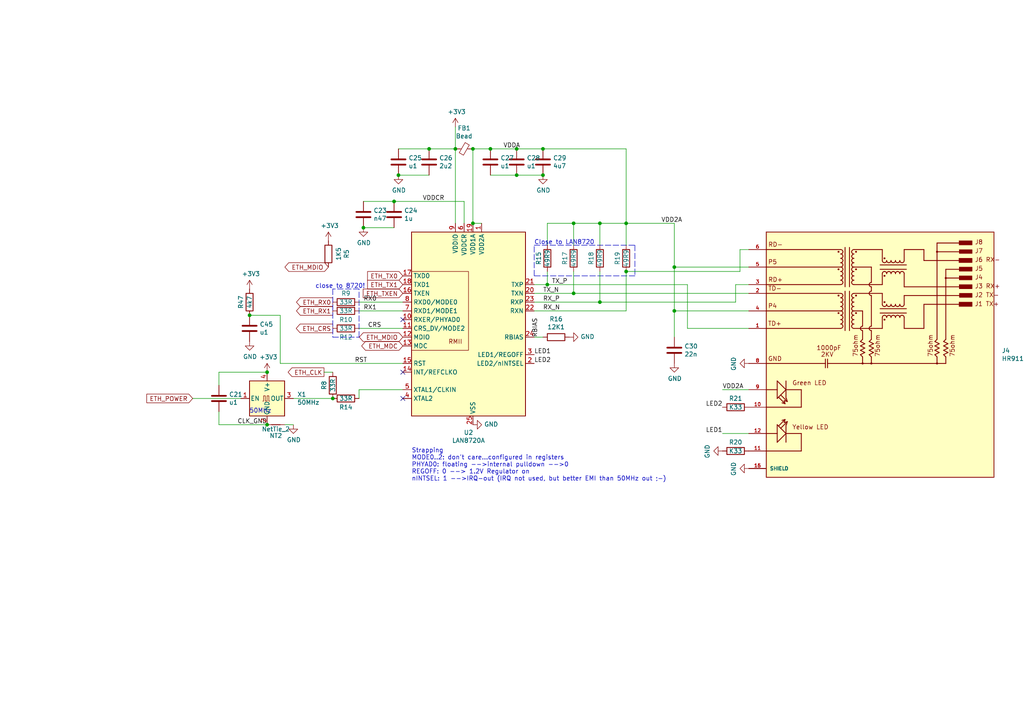
<source format=kicad_sch>
(kicad_sch (version 20211123) (generator eeschema)
  (paper "A4")
  (lib_symbols
    (symbol "Device:C" (pin_numbers hide) (pin_names (offset 0.254))
      (property "Reference" "C" (at 0.635 2.54 0))
      (property "Value" "C" (at 0.635 -2.54 0))
      (symbol "C_0_1"
        (polyline (pts (xy -2.032 -0.762) (xy 2.032 -0.762)) (stroke (width 0.508)))
        (polyline (pts (xy -2.032 0.762) (xy 2.032 0.762)) (stroke (width 0.508)))
      )
      (symbol "C_1_1"
        (pin passive line (at 0 3.81 270) (length 2.794) (name "~") (number "1"))
        (pin passive line (at 0 -3.81 90) (length 2.794) (name "~") (number "2"))
      )
    )
    (symbol "Device:Ferrite_Bead_Small" (pin_numbers hide) (pin_names (offset 0))
      (property "Reference" "FB" (at 1.905 1.27 0))
      (property "Value" "Device_Ferrite_Bead_Small" (at 1.905 -1.27 0))
      (symbol "Ferrite_Bead_Small_0_1"
        (polyline (pts (xy 0 -1.27) (xy 0 -0.7874)))
        (polyline (pts (xy 0 0.889) (xy 0 1.2954)))
        (polyline (pts (xy -1.8288 0.2794) (xy -1.1176 1.4986) (xy 1.8288 -0.2032) (xy 1.1176 -1.4224) (xy -1.8288 0.2794)))
      )
      (symbol "Ferrite_Bead_Small_1_1"
        (pin passive line (at 0 2.54 270) (length 1.27) (name "~") (number "1"))
        (pin passive line (at 0 -2.54 90) (length 1.27) (name "~") (number "2"))
      )
    )
    (symbol "Device:NetTie_2" (pin_numbers hide) (pin_names (offset 0) hide)
      (property "Reference" "NT" (at 0 1.27 0))
      (property "Value" "NetTie_2" (at 0 -1.27 0))
      (symbol "NetTie_2_0_1"
        (polyline (pts (xy -1.27 0) (xy 1.27 0)) (stroke (width 0.254)))
      )
      (symbol "NetTie_2_1_1"
        (pin passive line (at -2.54 0 0) (length 2.54) (name "1") (number "1"))
        (pin passive line (at 2.54 0 180) (length 2.54) (name "2") (number "2"))
      )
    )
    (symbol "Device:R" (pin_numbers hide) (pin_names (offset 0))
      (property "Reference" "R" (at 2.032 0 90))
      (property "Value" "R" (at 0 0 90))
      (symbol "R_0_1"
        (rectangle (start -1.016 -2.54) (end 1.016 2.54) (stroke (width 0.254)))
      )
      (symbol "R_1_1"
        (pin passive line (at 0 3.81 270) (length 1.27) (name "~") (number "1"))
        (pin passive line (at 0 -3.81 90) (length 1.27) (name "~") (number "2"))
      )
    )
    (symbol "Interface_Ethernet:LAN8720A"
      (property "Reference" "U" (at -13.97 29.21 0))
      (property "Value" "LAN8720A" (at 15.24 29.21 0))
      (symbol "LAN8720A_0_0"
        (text "RMII" (at -5.08 -3.81 0) (effects (font (size 1.27 1.27))))
      )
      (symbol "LAN8720A_0_1"
        (rectangle (start -17.78 27.94) (end 15.24 -25.4) (stroke (width 0.254)) (fill (type background)))
        (polyline (pts (xy -17.78 -6.35) (xy -1.27 -6.35) (xy -1.27 16.51) (xy -17.78 16.51)))
      )
      (symbol "LAN8720A_1_1"
        (pin power_in line (at 2.54 30.48 270) (length 2.54) (name "VDD2A") (number "1"))
        (pin output line (at -20.32 2.54 0) (length 2.54) (name "RXER/PHYAD0") (number "10"))
        (pin output line (at -20.32 0 0) (length 2.54) (name "CRS_DV/MODE2") (number "11"))
        (pin bidirectional line (at -20.32 -2.54 0) (length 2.54) (name "MDIO") (number "12"))
        (pin input line (at -20.32 -5.08 0) (length 2.54) (name "MDC") (number "13"))
        (pin output line (at -20.32 -12.7 0) (length 2.54) (name "INT/REFCLKO") (number "14"))
        (pin input line (at -20.32 -10.16 0) (length 2.54) (name "RST") (number "15"))
        (pin input line (at -20.32 10.16 0) (length 2.54) (name "TXEN") (number "16"))
        (pin input line (at -20.32 15.24 0) (length 2.54) (name "TXD0") (number "17"))
        (pin input line (at -20.32 12.7 0) (length 2.54) (name "TXD1") (number "18"))
        (pin power_in line (at 0 30.48 270) (length 2.54) (name "VDD1A") (number "19"))
        (pin bidirectional line (at 17.78 -10.16 180) (length 2.54) (name "LED2/nINTSEL") (number "2"))
        (pin output line (at 17.78 10.16 180) (length 2.54) (name "TXN") (number "20"))
        (pin output line (at 17.78 12.7 180) (length 2.54) (name "TXP") (number "21"))
        (pin output line (at 17.78 5.08 180) (length 2.54) (name "RXN") (number "22"))
        (pin output line (at 17.78 7.62 180) (length 2.54) (name "RXP") (number "23"))
        (pin input line (at 17.78 -2.54 180) (length 2.54) (name "RBIAS") (number "24"))
        (pin power_in line (at 0 -27.94 90) (length 2.54) (name "VSS") (number "25"))
        (pin bidirectional line (at 17.78 -7.62 180) (length 2.54) (name "LED1/REGOFF") (number "3"))
        (pin passive line (at -20.32 -20.32 0) (length 2.54) (name "XTAL2") (number "4"))
        (pin passive line (at -20.32 -17.78 0) (length 2.54) (name "XTAL1/CLKIN") (number "5"))
        (pin power_in line (at -2.54 30.48 270) (length 2.54) (name "VDDCR") (number "6"))
        (pin output line (at -20.32 5.08 0) (length 2.54) (name "RXD1/MODE1") (number "7"))
        (pin output line (at -20.32 7.62 0) (length 2.54) (name "RXD0/MODE0") (number "8"))
        (pin power_in line (at -5.08 30.48 270) (length 2.54) (name "VDDIO") (number "9"))
      )
    )
    (symbol "Oscillator:XO32" (pin_names (offset 0.254))
      (property "Reference" "X" (at -5.08 6.35 0))
      (property "Value" "XO32" (at 1.27 -6.35 0))
      (symbol "XO32_0_1"
        (rectangle (start -5.08 5.08) (end 5.08 -5.08) (stroke (width 0.254)) (fill (type background)))
        (polyline (pts (xy -1.27 -0.762) (xy -1.016 -0.762) (xy -1.016 0.762) (xy -0.508 0.762) (xy -0.508 -0.762) (xy 0 -0.762) (xy 0 0.762) (xy 0.508 0.762) (xy 0.508 -0.762) (xy 0.762 -0.762)))
      )
      (symbol "XO32_1_1"
        (pin input line (at -7.62 0 0) (length 2.54) (name "EN") (number "1"))
        (pin power_in line (at 0 -7.62 90) (length 2.54) (name "GND") (number "2"))
        (pin output line (at 7.62 0 180) (length 2.54) (name "OUT") (number "3"))
        (pin power_in line (at 0 7.62 270) (length 2.54) (name "V+") (number "4"))
      )
    )
    (symbol "liebler_CONN:HR911105A" (pin_names (offset 1.016))
      (property "Reference" "J" (at -33.1724 36.2458 0))
      (property "Value" "HR911105A" (at -33.1216 -38.227 0))
      (symbol "HR911105A_0_0"
        (rectangle (start -33.02 -35.56) (end 33.02 35.56) (stroke (width 0.254)) (fill (type background)))
        (circle (center -12.065 12.065) (radius 0.1524) (stroke (width 0.254)))
        (circle (center -12.065 17.145) (radius 0.1524) (stroke (width 0.254)))
        (circle (center -12.065 24.765) (radius 0.1524) (stroke (width 0.254)))
        (circle (center -12.065 29.845) (radius 0.1524) (stroke (width 0.254)))
        (arc (start -11.43 7.62) (mid -10.981 7.806) (end -10.795 8.255) (stroke (width 0.254)))
        (arc (start -11.43 8.89) (mid -11.0269 9.1219) (end -10.795 9.525) (stroke (width 0.254)))
        (arc (start -11.43 10.16) (mid -10.981 10.346) (end -10.795 10.795) (stroke (width 0.254)))
        (arc (start -11.43 11.43) (mid -10.981 11.616) (end -10.795 12.065) (stroke (width 0.254)))
        (arc (start -11.43 12.7) (mid -10.981 12.886) (end -10.795 13.335) (stroke (width 0.254)))
        (arc (start -11.43 13.97) (mid -10.981 14.156) (end -10.795 14.605) (stroke (width 0.254)))
        (arc (start -11.43 15.24) (mid -10.981 15.426) (end -10.795 15.875) (stroke (width 0.254)))
        (arc (start -11.43 16.51) (mid -10.981 16.696) (end -10.795 17.145) (stroke (width 0.254)))
        (arc (start -11.43 20.32) (mid -10.981 20.506) (end -10.795 20.955) (stroke (width 0.254)))
        (arc (start -11.43 21.59) (mid -11.0269 21.8219) (end -10.795 22.225) (stroke (width 0.254)))
        (arc (start -11.43 22.86) (mid -10.981 23.046) (end -10.795 23.495) (stroke (width 0.254)))
        (arc (start -11.43 24.13) (mid -10.981 24.316) (end -10.795 24.765) (stroke (width 0.254)))
        (arc (start -11.43 25.4) (mid -10.981 25.586) (end -10.795 26.035) (stroke (width 0.254)))
        (arc (start -11.43 26.67) (mid -10.981 26.856) (end -10.795 27.305) (stroke (width 0.254)))
        (arc (start -11.43 27.94) (mid -10.981 28.126) (end -10.795 28.575) (stroke (width 0.254)))
        (arc (start -11.43 29.21) (mid -10.981 29.396) (end -10.795 29.845) (stroke (width 0.254)))
        (arc (start -10.795 8.255) (mid -10.981 8.704) (end -11.43 8.89) (stroke (width 0.254)))
        (arc (start -10.795 9.525) (mid -10.981 9.974) (end -11.43 10.16) (stroke (width 0.254)))
        (arc (start -10.795 10.795) (mid -10.981 11.244) (end -11.43 11.43) (stroke (width 0.254)))
        (arc (start -10.795 12.065) (mid -10.981 12.514) (end -11.43 12.7) (stroke (width 0.254)))
        (arc (start -10.795 13.335) (mid -10.981 13.784) (end -11.43 13.97) (stroke (width 0.254)))
        (arc (start -10.795 14.605) (mid -10.981 15.054) (end -11.43 15.24) (stroke (width 0.254)))
        (arc (start -10.795 15.875) (mid -10.981 16.324) (end -11.43 16.51) (stroke (width 0.254)))
        (arc (start -10.795 17.145) (mid -10.981 17.594) (end -11.43 17.78) (stroke (width 0.254)))
        (arc (start -10.795 20.955) (mid -10.981 21.404) (end -11.43 21.59) (stroke (width 0.254)))
        (arc (start -10.795 22.225) (mid -10.981 22.674) (end -11.43 22.86) (stroke (width 0.254)))
        (arc (start -10.795 23.495) (mid -10.981 23.944) (end -11.43 24.13) (stroke (width 0.254)))
        (arc (start -10.795 24.765) (mid -10.981 25.214) (end -11.43 25.4) (stroke (width 0.254)))
        (arc (start -10.795 26.035) (mid -10.981 26.484) (end -11.43 26.67) (stroke (width 0.254)))
        (arc (start -10.795 27.305) (mid -10.981 27.754) (end -11.43 27.94) (stroke (width 0.254)))
        (arc (start -10.795 28.575) (mid -10.981 29.024) (end -11.43 29.21) (stroke (width 0.254)))
        (arc (start -10.795 29.845) (mid -10.981 30.294) (end -11.43 30.48) (stroke (width 0.254)))
        (arc (start -8.255 8.255) (mid -8.069 7.806) (end -7.62 7.62) (stroke (width 0.254)))
        (arc (start -8.255 9.525) (mid -8.069 9.076) (end -7.62 8.89) (stroke (width 0.254)))
        (arc (start -8.255 10.795) (mid -8.069 10.346) (end -7.62 10.16) (stroke (width 0.254)))
        (arc (start -8.255 12.065) (mid -8.069 11.616) (end -7.62 11.43) (stroke (width 0.254)))
        (arc (start -8.255 13.335) (mid -8.069 12.886) (end -7.62 12.7) (stroke (width 0.254)))
        (arc (start -8.255 14.605) (mid -8.069 14.156) (end -7.62 13.97) (stroke (width 0.254)))
        (arc (start -8.255 15.875) (mid -8.069 15.426) (end -7.62 15.24) (stroke (width 0.254)))
        (arc (start -8.255 17.145) (mid -8.069 16.696) (end -7.62 16.51) (stroke (width 0.254)))
        (arc (start -8.255 20.955) (mid -8.069 20.506) (end -7.62 20.32) (stroke (width 0.254)))
        (arc (start -8.255 22.225) (mid -8.069 21.776) (end -7.62 21.59) (stroke (width 0.254)))
        (arc (start -8.255 23.495) (mid -8.069 23.046) (end -7.62 22.86) (stroke (width 0.254)))
        (arc (start -8.255 24.765) (mid -8.069 24.316) (end -7.62 24.13) (stroke (width 0.254)))
        (arc (start -8.255 26.035) (mid -8.069 25.586) (end -7.62 25.4) (stroke (width 0.254)))
        (arc (start -8.255 27.305) (mid -8.069 26.856) (end -7.62 26.67) (stroke (width 0.254)))
        (arc (start -8.255 28.575) (mid -8.069 28.126) (end -7.62 27.94) (stroke (width 0.254)))
        (arc (start -8.255 29.845) (mid -8.069 29.396) (end -7.62 29.21) (stroke (width 0.254)))
        (arc (start -7.62 8.89) (mid -8.069 8.704) (end -8.255 8.255) (stroke (width 0.254)))
        (arc (start -7.62 10.16) (mid -8.069 9.974) (end -8.255 9.525) (stroke (width 0.254)))
        (arc (start -7.62 11.43) (mid -8.069 11.244) (end -8.255 10.795) (stroke (width 0.254)))
        (arc (start -7.62 12.7) (mid -8.069 12.514) (end -8.255 12.065) (stroke (width 0.254)))
        (arc (start -7.62 13.97) (mid -8.069 13.784) (end -8.255 13.335) (stroke (width 0.254)))
        (arc (start -7.62 15.24) (mid -8.069 15.054) (end -8.255 14.605) (stroke (width 0.254)))
        (arc (start -7.62 16.51) (mid -8.0231 16.2781) (end -8.255 15.875) (stroke (width 0.254)))
        (arc (start -7.62 17.78) (mid -8.069 17.594) (end -8.255 17.145) (stroke (width 0.254)))
        (arc (start -7.62 21.59) (mid -8.069 21.404) (end -8.255 20.955) (stroke (width 0.254)))
        (arc (start -7.62 22.86) (mid -8.069 22.674) (end -8.255 22.225) (stroke (width 0.254)))
        (arc (start -7.62 24.13) (mid -8.069 23.944) (end -8.255 23.495) (stroke (width 0.254)))
        (arc (start -7.62 25.4) (mid -8.069 25.214) (end -8.255 24.765) (stroke (width 0.254)))
        (arc (start -7.62 26.67) (mid -8.069 26.484) (end -8.255 26.035) (stroke (width 0.254)))
        (arc (start -7.62 27.94) (mid -8.069 27.754) (end -8.255 27.305) (stroke (width 0.254)))
        (arc (start -7.62 29.21) (mid -8.0231 28.9781) (end -8.255 28.575) (stroke (width 0.254)))
        (arc (start -7.62 30.48) (mid -8.069 30.294) (end -8.255 29.845) (stroke (width 0.254)))
        (circle (center -6.985 12.065) (radius 0.1524) (stroke (width 0.254)))
        (circle (center -6.985 17.145) (radius 0.1524) (stroke (width 0.254)))
        (circle (center -6.985 24.765) (radius 0.1524) (stroke (width 0.254)))
        (circle (center -6.985 29.845) (radius 0.1524) (stroke (width 0.254)))
        (arc (start -5.715 7.62) (mid -5.529 7.171) (end -5.08 6.985) (stroke (width 0.254)))
        (circle (center -5.08 -2.54) (radius 0.1778) (stroke (width 0.254)))
        (arc (start -5.08 8.255) (mid -5.529 8.069) (end -5.715 7.62) (stroke (width 0.254)))
        (arc (start -3.175 7.62) (mid -2.989 7.171) (end -2.54 6.985) (stroke (width 0.254)))
        (arc (start -3.175 17.78) (mid -2.989 17.331) (end -2.54 17.145) (stroke (width 0.254)))
        (arc (start -3.175 20.32) (mid -2.989 19.871) (end -2.54 19.685) (stroke (width 0.254)))
        (circle (center -2.54 -2.54) (radius 0.1778) (stroke (width 0.254)))
        (arc (start -2.54 8.255) (mid -2.989 8.069) (end -3.175 7.62) (stroke (width 0.254)))
        (arc (start -2.54 18.415) (mid -2.989 18.229) (end -3.175 17.78) (stroke (width 0.254)))
        (arc (start -2.54 20.955) (mid -2.989 20.769) (end -3.175 20.32) (stroke (width 0.254)))
        (polyline (pts (xy -33.02 -27.94) (xy -22.86 -27.94)) (stroke (width 0.254)))
        (polyline (pts (xy -33.02 -15.24) (xy -22.86 -15.24)) (stroke (width 0.254)))
        (polyline (pts (xy -33.02 12.7) (xy -11.43 12.7)) (stroke (width 0.254)))
        (polyline (pts (xy -33.02 20.32) (xy -11.43 20.32)) (stroke (width 0.254)))
        (polyline (pts (xy -29.845 -25.4) (xy -27.305 -22.86)) (stroke (width 0.254)))
        (polyline (pts (xy -29.845 -22.86) (xy -33.02 -22.86)) (stroke (width 0.254)))
        (polyline (pts (xy -29.845 -22.86) (xy -29.845 -25.4)) (stroke (width 0.254)))
        (polyline (pts (xy -29.845 -20.32) (xy -29.845 -22.86)) (stroke (width 0.254)))
        (polyline (pts (xy -29.845 -12.7) (xy -29.845 -10.16)) (stroke (width 0.254)))
        (polyline (pts (xy -29.845 -10.16) (xy -33.02 -10.16)) (stroke (width 0.254)))
        (polyline (pts (xy -29.845 -10.16) (xy -29.845 -7.62)) (stroke (width 0.254)))
        (polyline (pts (xy -29.845 -7.62) (xy -27.305 -10.16)) (stroke (width 0.254)))
        (polyline (pts (xy -29.464 -20.701) (xy -29.845 -20.32)) (stroke (width 0.254)))
        (polyline (pts (xy -29.464 -20.701) (xy -27.559 -18.796)) (stroke (width 0.254)))
        (polyline (pts (xy -29.464 -12.319) (xy -29.845 -12.7)) (stroke (width 0.254)))
        (polyline (pts (xy -29.464 -12.319) (xy -27.559 -14.224)) (stroke (width 0.254)))
        (polyline (pts (xy -28.829 -21.336) (xy -29.464 -20.701)) (stroke (width 0.254)))
        (polyline (pts (xy -28.829 -21.336) (xy -26.924 -19.431)) (stroke (width 0.254)))
        (polyline (pts (xy -28.829 -11.684) (xy -29.464 -12.319)) (stroke (width 0.254)))
        (polyline (pts (xy -28.829 -11.684) (xy -26.924 -13.589)) (stroke (width 0.254)))
        (polyline (pts (xy -27.559 -18.796) (xy -28.448 -19.05)) (stroke (width 0.254)))
        (polyline (pts (xy -27.559 -18.796) (xy -27.813 -19.685)) (stroke (width 0.254)))
        (polyline (pts (xy -27.559 -14.224) (xy -28.448 -13.97)) (stroke (width 0.254)))
        (polyline (pts (xy -27.559 -14.224) (xy -27.813 -13.335)) (stroke (width 0.254)))
        (polyline (pts (xy -27.305 -22.86) (xy -28.829 -21.336)) (stroke (width 0.254)))
        (polyline (pts (xy -27.305 -22.86) (xy -27.305 -25.4)) (stroke (width 0.254)))
        (polyline (pts (xy -27.305 -22.86) (xy -22.86 -22.86)) (stroke (width 0.254)))
        (polyline (pts (xy -27.305 -20.32) (xy -27.305 -22.86)) (stroke (width 0.254)))
        (polyline (pts (xy -27.305 -12.7) (xy -27.305 -10.16)) (stroke (width 0.254)))
        (polyline (pts (xy -27.305 -10.16) (xy -28.829 -11.684)) (stroke (width 0.254)))
        (polyline (pts (xy -27.305 -10.16) (xy -27.305 -7.62)) (stroke (width 0.254)))
        (polyline (pts (xy -27.305 -10.16) (xy -22.86 -10.16)) (stroke (width 0.254)))
        (polyline (pts (xy -26.924 -19.431) (xy -27.813 -19.685)) (stroke (width 0.254)))
        (polyline (pts (xy -26.924 -19.431) (xy -27.178 -20.32)) (stroke (width 0.254)))
        (polyline (pts (xy -26.924 -13.589) (xy -27.813 -13.335)) (stroke (width 0.254)))
        (polyline (pts (xy -26.924 -13.589) (xy -27.178 -12.7)) (stroke (width 0.254)))
        (polyline (pts (xy -22.86 -27.94) (xy -22.86 -22.86)) (stroke (width 0.254)))
        (polyline (pts (xy -22.86 -15.24) (xy -22.86 -10.16)) (stroke (width 0.254)))
        (polyline (pts (xy -15.875 -2.54) (xy -33.02 -2.54)) (stroke (width 0.254)))
        (polyline (pts (xy -15.875 -2.54) (xy -15.875 -3.81)) (stroke (width 0.254)))
        (polyline (pts (xy -15.875 -1.27) (xy -15.875 -2.54)) (stroke (width 0.254)))
        (polyline (pts (xy -15.24 -2.54) (xy -15.24 -3.81)) (stroke (width 0.254)))
        (polyline (pts (xy -15.24 -2.54) (xy -15.24 -1.27)) (stroke (width 0.254)))
        (polyline (pts (xy -11.43 7.62) (xy -33.02 7.62)) (stroke (width 0.254)))
        (polyline (pts (xy -11.43 17.78) (xy -33.02 17.78)) (stroke (width 0.254)))
        (polyline (pts (xy -11.43 25.4) (xy -33.02 25.4)) (stroke (width 0.254)))
        (polyline (pts (xy -11.43 30.48) (xy -33.02 30.48)) (stroke (width 0.254)))
        (polyline (pts (xy -10.16 18.415) (xy -10.16 6.985)) (stroke (width 0.254)))
        (polyline (pts (xy -10.16 31.115) (xy -10.16 19.685)) (stroke (width 0.254)))
        (polyline (pts (xy -8.89 18.415) (xy -8.89 6.985)) (stroke (width 0.254)))
        (polyline (pts (xy -8.89 31.115) (xy -8.89 19.685)) (stroke (width 0.254)))
        (polyline (pts (xy -7.62 7.62) (xy -5.715 7.62)) (stroke (width 0.254)))
        (polyline (pts (xy -7.62 20.32) (xy -3.175 20.32)) (stroke (width 0.254)))
        (polyline (pts (xy -7.62 25.4) (xy -2.54 25.4)) (stroke (width 0.254)))
        (polyline (pts (xy -5.715 0) (xy -5.08 -0.635)) (stroke (width 0.254)))
        (polyline (pts (xy -5.715 1.27) (xy -4.445 0.635)) (stroke (width 0.254)))
        (polyline (pts (xy -5.715 2.54) (xy -4.445 1.905)) (stroke (width 0.254)))
        (polyline (pts (xy -5.715 3.81) (xy -4.445 3.175)) (stroke (width 0.254)))
        (polyline (pts (xy -5.715 7.62) (xy -3.175 7.62)) (stroke (width 0.254)))
        (polyline (pts (xy -5.08 -2.54) (xy -15.24 -2.54)) (stroke (width 0.254)))
        (polyline (pts (xy -5.08 -0.635) (xy -5.08 -2.54)) (stroke (width 0.254)))
        (polyline (pts (xy -5.08 4.445) (xy -5.715 3.81)) (stroke (width 0.254)))
        (polyline (pts (xy -5.08 6.985) (xy -5.08 4.445)) (stroke (width 0.254)))
        (polyline (pts (xy -5.08 8.255) (xy -5.08 12.7)) (stroke (width 0.254)))
        (polyline (pts (xy -5.08 12.7) (xy -7.62 12.7)) (stroke (width 0.254)))
        (polyline (pts (xy -4.445 0.635) (xy -5.715 0)) (stroke (width 0.254)))
        (polyline (pts (xy -4.445 1.905) (xy -5.715 1.27)) (stroke (width 0.254)))
        (polyline (pts (xy -4.445 3.175) (xy -5.715 2.54)) (stroke (width 0.254)))
        (polyline (pts (xy -3.175 0) (xy -2.54 -0.635)) (stroke (width 0.254)))
        (polyline (pts (xy -3.175 1.27) (xy -1.905 0.635)) (stroke (width 0.254)))
        (polyline (pts (xy -3.175 2.54) (xy -1.905 1.905)) (stroke (width 0.254)))
        (polyline (pts (xy -3.175 3.81) (xy -1.905 3.175)) (stroke (width 0.254)))
        (polyline (pts (xy -3.175 7.62) (xy 0.635 7.62)) (stroke (width 0.254)))
        (polyline (pts (xy -3.175 17.78) (xy -7.62 17.78)) (stroke (width 0.254)))
        (polyline (pts (xy -3.175 20.32) (xy 0.635 20.32)) (stroke (width 0.254)))
        (polyline (pts (xy -2.54 -0.635) (xy -2.54 -2.54)) (stroke (width 0.254)))
        (polyline (pts (xy -2.54 4.445) (xy -3.175 3.81)) (stroke (width 0.254)))
        (polyline (pts (xy -2.54 6.985) (xy -2.54 4.445)) (stroke (width 0.254)))
        (polyline (pts (xy -2.54 17.145) (xy -2.54 8.255)) (stroke (width 0.254)))
        (polyline (pts (xy -2.54 19.685) (xy -2.54 18.415)) (stroke (width 0.254)))
        (polyline (pts (xy -2.54 25.4) (xy -2.54 20.955)) (stroke (width 0.254)))
        (polyline (pts (xy -1.905 0.635) (xy -3.175 0)) (stroke (width 0.254)))
        (polyline (pts (xy -1.905 1.905) (xy -3.175 1.27)) (stroke (width 0.254)))
        (polyline (pts (xy -1.905 3.175) (xy -3.175 2.54)) (stroke (width 0.254)))
        (polyline (pts (xy 0 12.065) (xy 7.62 12.065)) (stroke (width 0.254)))
        (polyline (pts (xy 0 13.335) (xy 7.62 13.335)) (stroke (width 0.254)))
        (polyline (pts (xy 0 24.765) (xy 7.62 24.765)) (stroke (width 0.254)))
        (polyline (pts (xy 0 26.035) (xy 7.62 26.035)) (stroke (width 0.254)))
        (polyline (pts (xy 0.635 7.62) (xy 0.635 10.795)) (stroke (width 0.254)))
        (polyline (pts (xy 0.635 14.605) (xy 0.635 17.78)) (stroke (width 0.254)))
        (polyline (pts (xy 0.635 17.78) (xy -3.175 17.78)) (stroke (width 0.254)))
        (polyline (pts (xy 0.635 20.32) (xy 0.635 23.495)) (stroke (width 0.254)))
        (polyline (pts (xy 0.635 27.305) (xy 0.635 30.48)) (stroke (width 0.254)))
        (polyline (pts (xy 0.635 30.48) (xy -7.62 30.48)) (stroke (width 0.254)))
        (polyline (pts (xy 6.985 10.795) (xy 6.985 7.62)) (stroke (width 0.254)))
        (polyline (pts (xy 6.985 17.145) (xy 6.985 14.605)) (stroke (width 0.254)))
        (polyline (pts (xy 6.985 23.495) (xy 6.985 19.685)) (stroke (width 0.254)))
        (polyline (pts (xy 6.985 30.48) (xy 6.985 27.305)) (stroke (width 0.254)))
        (polyline (pts (xy 12.7 7.62) (xy 6.985 7.62)) (stroke (width 0.254)))
        (polyline (pts (xy 12.7 14.605) (xy 12.7 7.62)) (stroke (width 0.254)))
        (polyline (pts (xy 12.7 27.305) (xy 12.7 30.48)) (stroke (width 0.254)))
        (polyline (pts (xy 12.7 30.48) (xy 6.985 30.48)) (stroke (width 0.254)))
        (polyline (pts (xy 15.875 0) (xy 16.51 -0.635)) (stroke (width 0.254)))
        (polyline (pts (xy 15.875 1.27) (xy 17.145 0.635)) (stroke (width 0.254)))
        (polyline (pts (xy 15.875 2.54) (xy 17.145 1.905)) (stroke (width 0.254)))
        (polyline (pts (xy 15.875 3.81) (xy 17.145 3.175)) (stroke (width 0.254)))
        (polyline (pts (xy 16.51 -0.635) (xy 16.51 -2.54)) (stroke (width 0.254)))
        (polyline (pts (xy 16.51 4.445) (xy 15.875 3.81)) (stroke (width 0.254)))
        (polyline (pts (xy 16.51 29.845) (xy 16.51 4.445)) (stroke (width 0.254)))
        (polyline (pts (xy 16.51 29.845) (xy 23.495 29.845)) (stroke (width 0.254)))
        (polyline (pts (xy 16.51 32.385) (xy 16.51 29.845)) (stroke (width 0.254)))
        (polyline (pts (xy 17.145 0.635) (xy 15.875 0)) (stroke (width 0.254)))
        (polyline (pts (xy 17.145 1.905) (xy 15.875 1.27)) (stroke (width 0.254)))
        (polyline (pts (xy 17.145 3.175) (xy 15.875 2.54)) (stroke (width 0.254)))
        (polyline (pts (xy 18.415 0) (xy 19.05 -0.635)) (stroke (width 0.254)))
        (polyline (pts (xy 18.415 1.27) (xy 19.685 0.635)) (stroke (width 0.254)))
        (polyline (pts (xy 18.415 2.54) (xy 19.685 1.905)) (stroke (width 0.254)))
        (polyline (pts (xy 18.415 3.81) (xy 19.685 3.175)) (stroke (width 0.254)))
        (polyline (pts (xy 19.05 -2.54) (xy -5.08 -2.54)) (stroke (width 0.254)))
        (polyline (pts (xy 19.05 -0.635) (xy 19.05 -2.54)) (stroke (width 0.254)))
        (polyline (pts (xy 19.05 4.445) (xy 18.415 3.81)) (stroke (width 0.254)))
        (polyline (pts (xy 19.05 22.225) (xy 19.05 4.445)) (stroke (width 0.254)))
        (polyline (pts (xy 19.05 22.225) (xy 23.495 22.225)) (stroke (width 0.254)))
        (polyline (pts (xy 19.05 24.765) (xy 19.05 22.225)) (stroke (width 0.254)))
        (polyline (pts (xy 19.685 0.635) (xy 18.415 0)) (stroke (width 0.254)))
        (polyline (pts (xy 19.685 1.905) (xy 18.415 1.27)) (stroke (width 0.254)))
        (polyline (pts (xy 19.685 3.175) (xy 18.415 2.54)) (stroke (width 0.254)))
        (polyline (pts (xy 23.495 14.605) (xy 12.7 14.605)) (stroke (width 0.254)))
        (polyline (pts (xy 23.495 17.145) (xy 6.985 17.145)) (stroke (width 0.254)))
        (polyline (pts (xy 23.495 19.685) (xy 6.985 19.685)) (stroke (width 0.254)))
        (polyline (pts (xy 23.495 24.765) (xy 19.05 24.765)) (stroke (width 0.254)))
        (polyline (pts (xy 23.495 27.305) (xy 12.7 27.305)) (stroke (width 0.254)))
        (polyline (pts (xy 23.495 32.385) (xy 16.51 32.385)) (stroke (width 0.254)))
        (arc (start 0.635 14.605) (mid 0.821 14.156) (end 1.27 13.97) (stroke (width 0.254)))
        (arc (start 0.635 27.305) (mid 0.821 26.856) (end 1.27 26.67) (stroke (width 0.254)))
        (circle (center 1.27 10.16) (radius 0.1524) (stroke (width 0.254)))
        (arc (start 1.27 11.43) (mid 0.821 11.244) (end 0.635 10.795) (stroke (width 0.254)))
        (arc (start 1.27 13.97) (mid 1.719 14.156) (end 1.905 14.605) (stroke (width 0.254)))
        (circle (center 1.27 15.24) (radius 0.1524) (stroke (width 0.254)))
        (circle (center 1.27 22.86) (radius 0.1524) (stroke (width 0.254)))
        (arc (start 1.27 24.13) (mid 0.821 23.944) (end 0.635 23.495) (stroke (width 0.254)))
        (arc (start 1.27 26.67) (mid 1.719 26.856) (end 1.905 27.305) (stroke (width 0.254)))
        (circle (center 1.27 27.94) (radius 0.1524) (stroke (width 0.254)))
        (arc (start 1.905 10.795) (mid 1.719 11.244) (end 1.27 11.43) (stroke (width 0.254)))
        (arc (start 1.905 14.605) (mid 2.091 14.156) (end 2.54 13.97) (stroke (width 0.254)))
        (arc (start 1.905 23.495) (mid 1.719 23.944) (end 1.27 24.13) (stroke (width 0.254)))
        (arc (start 1.905 27.305) (mid 2.091 26.856) (end 2.54 26.67) (stroke (width 0.254)))
        (arc (start 2.54 11.43) (mid 2.091 11.244) (end 1.905 10.795) (stroke (width 0.254)))
        (arc (start 2.54 13.97) (mid 2.989 14.156) (end 3.175 14.605) (stroke (width 0.254)))
        (arc (start 2.54 24.13) (mid 2.091 23.944) (end 1.905 23.495) (stroke (width 0.254)))
        (arc (start 2.54 26.67) (mid 2.989 26.856) (end 3.175 27.305) (stroke (width 0.254)))
        (arc (start 3.175 10.795) (mid 2.989 11.244) (end 2.54 11.43) (stroke (width 0.254)))
        (arc (start 3.175 14.605) (mid 3.361 14.156) (end 3.81 13.97) (stroke (width 0.254)))
        (arc (start 3.175 23.495) (mid 2.989 23.944) (end 2.54 24.13) (stroke (width 0.254)))
        (arc (start 3.175 27.305) (mid 3.361 26.856) (end 3.81 26.67) (stroke (width 0.254)))
        (arc (start 3.81 11.43) (mid 3.361 11.244) (end 3.175 10.795) (stroke (width 0.254)))
        (arc (start 3.81 13.97) (mid 4.259 14.156) (end 4.445 14.605) (stroke (width 0.254)))
        (arc (start 3.81 24.13) (mid 3.361 23.944) (end 3.175 23.495) (stroke (width 0.254)))
        (arc (start 3.81 26.67) (mid 4.259 26.856) (end 4.445 27.305) (stroke (width 0.254)))
        (arc (start 4.445 10.795) (mid 4.259 11.244) (end 3.81 11.43) (stroke (width 0.254)))
        (arc (start 4.445 14.605) (mid 4.631 14.156) (end 5.08 13.97) (stroke (width 0.254)))
        (arc (start 4.445 23.495) (mid 4.259 23.944) (end 3.81 24.13) (stroke (width 0.254)))
        (arc (start 4.445 27.305) (mid 4.631 26.856) (end 5.08 26.67) (stroke (width 0.254)))
        (arc (start 5.08 11.43) (mid 4.631 11.244) (end 4.445 10.795) (stroke (width 0.254)))
        (arc (start 5.08 13.97) (mid 5.529 14.156) (end 5.715 14.605) (stroke (width 0.254)))
        (arc (start 5.08 24.13) (mid 4.631 23.944) (end 4.445 23.495) (stroke (width 0.254)))
        (arc (start 5.08 26.67) (mid 5.529 26.856) (end 5.715 27.305) (stroke (width 0.254)))
        (arc (start 5.715 10.795) (mid 5.529 11.244) (end 5.08 11.43) (stroke (width 0.254)))
        (arc (start 5.715 14.605) (mid 5.901 14.156) (end 6.35 13.97) (stroke (width 0.254)))
        (arc (start 5.715 23.495) (mid 5.529 23.944) (end 5.08 24.13) (stroke (width 0.254)))
        (arc (start 5.715 27.305) (mid 5.901 26.856) (end 6.35 26.67) (stroke (width 0.254)))
        (arc (start 6.35 11.43) (mid 5.901 11.244) (end 5.715 10.795) (stroke (width 0.254)))
        (arc (start 6.35 13.97) (mid 6.799 14.156) (end 6.985 14.605) (stroke (width 0.254)))
        (arc (start 6.35 24.13) (mid 5.901 23.944) (end 5.715 23.495) (stroke (width 0.254)))
        (arc (start 6.35 26.67) (mid 6.799 26.856) (end 6.985 27.305) (stroke (width 0.254)))
        (arc (start 6.985 10.795) (mid 6.799 11.244) (end 6.35 11.43) (stroke (width 0.254)))
        (arc (start 6.985 23.495) (mid 6.799 23.944) (end 6.35 24.13) (stroke (width 0.254)))
        (circle (center 16.51 -2.54) (radius 0.1778) (stroke (width 0.254)))
        (circle (center 16.51 29.845) (radius 0.1778) (stroke (width 0.254)))
        (circle (center 19.05 22.225) (radius 0.1778) (stroke (width 0.254)))
        (rectangle (start 22.8854 26.7208) (end 26.67 27.94) (fill (type outline)))
        (rectangle (start 22.9108 13.9954) (end 26.67 15.24) (fill (type outline)))
        (rectangle (start 22.9108 31.8262) (end 26.67 33.02) (fill (type outline)))
        (rectangle (start 22.9616 19.1262) (end 26.67 20.32) (fill (type outline)))
        (rectangle (start 22.9616 21.6916) (end 26.6446 22.8346) (fill (type outline)))
        (rectangle (start 22.9616 24.2316) (end 26.67 25.4) (fill (type outline)))
        (rectangle (start 22.987 29.3624) (end 26.67 30.4546) (fill (type outline)))
        (rectangle (start 23.0124 16.6116) (end 26.67 17.78) (fill (type outline)))
        (text "1000pF" (at -18.4912 1.2446 0) (effects (font (size 1.27 1.27)) (justify left bottom)))
        (text "2KV" (at -17.2212 -0.6604 0) (effects (font (size 1.27 1.27)) (justify left bottom)))
        (text "75ohm" (at -6.4008 -0.6604 900) (effects (font (size 1.27 1.27)) (justify left bottom)))
        (text "75ohm" (at 0 -0.6604 900) (effects (font (size 1.27 1.27)) (justify left bottom)))
        (text "75ohm" (at 15.3416 -0.6604 900) (effects (font (size 1.27 1.27)) (justify left bottom)))
        (text "75ohm" (at 21.6916 -0.6604 900) (effects (font (size 1.27 1.27)) (justify left bottom)))
        (text "GND" (at -32.5374 -1.905 0) (effects (font (size 1.27 1.27)) (justify left bottom)))
        (text "Green LED" (at -25.5016 -8.9154 0) (effects (font (size 1.27 1.27)) (justify left bottom)))
        (text "J1 TX+" (at 27.432 13.9954 0) (effects (font (size 1.27 1.27)) (justify left bottom)))
        (text "J2 TX-" (at 27.4574 16.5862 0) (effects (font (size 1.27 1.27)) (justify left bottom)))
        (text "J3 RX+" (at 27.4574 19.1516 0) (effects (font (size 1.27 1.27)) (justify left bottom)))
        (text "J4" (at 27.4574 21.717 0) (effects (font (size 1.27 1.27)) (justify left bottom)))
        (text "J5" (at 27.4828 24.257 0) (effects (font (size 1.27 1.27)) (justify left bottom)))
        (text "J6 RX-" (at 27.4574 26.8224 0) (effects (font (size 1.27 1.27)) (justify left bottom)))
        (text "J7" (at 27.4574 29.3624 0) (effects (font (size 1.27 1.27)) (justify left bottom)))
        (text "J8" (at 27.4574 31.9278 0) (effects (font (size 1.27 1.27)) (justify left bottom)))
        (text "P4" (at -32.5374 13.4112 0) (effects (font (size 1.27 1.27)) (justify left bottom)))
        (text "P5" (at -32.5374 26.162 0) (effects (font (size 1.27 1.27)) (justify left bottom)))
        (text "RD+" (at -32.4866 21.0312 0) (effects (font (size 1.27 1.27)) (justify left bottom)))
        (text "RD-" (at -32.4866 31.2166 0) (effects (font (size 1.27 1.27)) (justify left bottom)))
        (text "TD+" (at -32.5628 8.3058 0) (effects (font (size 1.27 1.27)) (justify left bottom)))
        (text "TD-" (at -32.512 18.4912 0) (effects (font (size 1.27 1.27)) (justify left bottom)))
        (text "Yellow LED" (at -25.527 -21.717 0) (effects (font (size 1.27 1.27)) (justify left bottom)))
        (pin passive line (at -38.1 7.62 0) (length 5.08) (name "~") (number "1"))
        (pin passive line (at -38.1 -15.24 0) (length 5.08) (name "~") (number "10"))
        (pin passive line (at -38.1 -27.94 0) (length 5.08) (name "~") (number "11"))
        (pin passive line (at -38.1 -22.86 0) (length 5.08) (name "~") (number "12"))
        (pin passive line (at -38.1 -33.02 0) (length 5.08) (name "SHIELD") (number "15"))
        (pin passive line (at -38.1 -33.02 0) (length 5.08) (name "SHIELD") (number "16"))
        (pin passive line (at -38.1 17.78 0) (length 5.08) (name "~") (number "2"))
        (pin passive line (at -38.1 20.32 0) (length 5.08) (name "~") (number "3"))
        (pin passive line (at -38.1 12.7 0) (length 5.08) (name "~") (number "4"))
        (pin passive line (at -38.1 25.4 0) (length 5.08) (name "~") (number "5"))
        (pin passive line (at -38.1 30.48 0) (length 5.08) (name "~") (number "6"))
        (pin power_in line (at -38.1 -2.54 0) (length 5.08) (name "~") (number "8"))
        (pin passive line (at -38.1 -10.16 0) (length 5.08) (name "~") (number "9"))
      )
    )
    (symbol "power:+3V3" (power) (pin_names (offset 0))
      (property "Value" "+3V3" (at 0 3.556 0))
      (symbol "+3V3_0_1"
        (polyline (pts (xy -0.762 1.27) (xy 0 2.54)))
        (polyline (pts (xy 0 0) (xy 0 2.54)))
        (polyline (pts (xy 0 2.54) (xy 0.762 1.27)))
      )
      (symbol "+3V3_1_1"
        (pin power_in line (at 0 0 90) (length 0) hide (name "+3V3") (number "1"))
      )
    )
    (symbol "power:GND" (power) (pin_names (offset 0))
      (property "Value" "GND" (at 0 -3.81 0))
      (symbol "GND_0_1"
        (polyline (pts (xy 0 0) (xy 0 -1.27) (xy 1.27 -1.27) (xy 0 -2.54) (xy -1.27 -1.27) (xy 0 -1.27)))
      )
      (symbol "GND_1_1"
        (pin power_in line (at 0 0 270) (length 0) hide (name "GND") (number "1"))
      )
    )
  )
  (junction (at 173.99 87.63))
  (junction (at 142.24 43.18))
  (junction (at 137.16 43.18))
  (junction (at 181.61 78.74))
  (junction (at 157.48 43.18))
  (junction (at 195.58 77.47))
  (junction (at 166.37 85.09))
  (junction (at 157.48 50.8))
  (junction (at 114.3 58.42))
  (junction (at 115.57 50.8))
  (junction (at 149.86 43.18))
  (junction (at 77.47 107.95))
  (junction (at 166.37 64.77))
  (junction (at 149.86 50.8))
  (junction (at 77.47 123.19))
  (junction (at 105.41 66.04))
  (junction (at 96.52 115.57))
  (junction (at 173.99 64.77))
  (junction (at 137.16 64.77))
  (junction (at 158.75 82.55))
  (junction (at 72.39 91.44))
  (junction (at 195.58 90.17))
  (junction (at 124.46 43.18))
  (junction (at 132.08 43.18))
  (junction (at 181.61 64.77))
  (no_connect (at 116.84 92.71))
  (no_connect (at 116.84 115.57))
  (no_connect (at 116.84 107.95))
  (wire (pts (xy 132.08 64.77) (xy 132.08 43.18)))
  (polyline (pts (xy 154.94 80.01) (xy 154.94 71.12)))
  (polyline (pts (xy 104.14 83.82) (xy 96.52 83.82)))
  (wire (pts (xy 104.14 113.03) (xy 104.14 115.57)))
  (wire (pts (xy 63.5 111.76) (xy 63.5 107.95)))
  (wire (pts (xy 166.37 85.09) (xy 166.37 78.74)))
  (wire (pts (xy 173.99 87.63) (xy 213.36 87.63)))
  (wire (pts (xy 105.41 58.42) (xy 114.3 58.42)))
  (wire (pts (xy 173.99 64.77) (xy 181.61 64.77)))
  (wire (pts (xy 217.17 77.47) (xy 195.58 77.47)))
  (wire (pts (xy 81.28 105.41) (xy 81.28 91.44)))
  (wire (pts (xy 217.17 90.17) (xy 195.58 90.17)))
  (wire (pts (xy 158.75 82.55) (xy 158.75 78.74)))
  (wire (pts (xy 137.16 43.18) (xy 142.24 43.18)))
  (wire (pts (xy 158.75 64.77) (xy 158.75 71.12)))
  (wire (pts (xy 166.37 64.77) (xy 173.99 64.77)))
  (polyline (pts (xy 154.94 71.12) (xy 184.15 71.12)))
  (wire (pts (xy 199.39 82.55) (xy 199.39 95.25)))
  (polyline (pts (xy 96.52 97.79) (xy 104.14 97.79)))
  (wire (pts (xy 181.61 90.17) (xy 181.61 78.74)))
  (wire (pts (xy 173.99 78.74) (xy 173.99 87.63)))
  (wire (pts (xy 209.55 113.03) (xy 217.17 113.03)))
  (wire (pts (xy 195.58 77.47) (xy 195.58 90.17)))
  (wire (pts (xy 96.52 115.57) (xy 85.09 115.57)))
  (wire (pts (xy 132.08 43.18) (xy 132.08 36.83)))
  (wire (pts (xy 104.14 87.63) (xy 116.84 87.63)))
  (wire (pts (xy 134.62 58.42) (xy 134.62 64.77)))
  (wire (pts (xy 195.58 64.77) (xy 195.58 77.47)))
  (wire (pts (xy 217.17 125.73) (xy 209.55 125.73)))
  (wire (pts (xy 181.61 64.77) (xy 181.61 71.12)))
  (polyline (pts (xy 96.52 83.82) (xy 96.52 97.79)))
  (wire (pts (xy 82.55 123.19) (xy 85.09 123.19)))
  (wire (pts (xy 55.88 115.57) (xy 69.85 115.57)))
  (wire (pts (xy 154.94 90.17) (xy 181.61 90.17)))
  (wire (pts (xy 157.48 97.79) (xy 154.94 97.79)))
  (wire (pts (xy 195.58 90.17) (xy 195.58 97.79)))
  (wire (pts (xy 114.3 66.04) (xy 105.41 66.04)))
  (wire (pts (xy 63.5 123.19) (xy 77.47 123.19)))
  (wire (pts (xy 181.61 43.18) (xy 181.61 64.77)))
  (wire (pts (xy 149.86 50.8) (xy 157.48 50.8)))
  (wire (pts (xy 158.75 82.55) (xy 199.39 82.55)))
  (wire (pts (xy 154.94 82.55) (xy 158.75 82.55)))
  (wire (pts (xy 115.57 43.18) (xy 124.46 43.18)))
  (wire (pts (xy 199.39 95.25) (xy 217.17 95.25)))
  (wire (pts (xy 132.08 43.18) (xy 124.46 43.18)))
  (wire (pts (xy 157.48 43.18) (xy 181.61 43.18)))
  (wire (pts (xy 213.36 82.55) (xy 217.17 82.55)))
  (wire (pts (xy 81.28 91.44) (xy 72.39 91.44)))
  (wire (pts (xy 158.75 64.77) (xy 166.37 64.77)))
  (wire (pts (xy 149.86 43.18) (xy 142.24 43.18)))
  (polyline (pts (xy 184.15 80.01) (xy 154.94 80.01)))
  (wire (pts (xy 214.63 72.39) (xy 217.17 72.39)))
  (wire (pts (xy 114.3 58.42) (xy 134.62 58.42)))
  (wire (pts (xy 166.37 64.77) (xy 166.37 71.12)))
  (wire (pts (xy 166.37 85.09) (xy 217.17 85.09)))
  (wire (pts (xy 116.84 105.41) (xy 81.28 105.41)))
  (wire (pts (xy 181.61 78.74) (xy 214.63 78.74)))
  (wire (pts (xy 63.5 107.95) (xy 77.47 107.95)))
  (wire (pts (xy 142.24 50.8) (xy 149.86 50.8)))
  (wire (pts (xy 213.36 87.63) (xy 213.36 82.55)))
  (wire (pts (xy 154.94 85.09) (xy 166.37 85.09)))
  (polyline (pts (xy 104.14 97.79) (xy 104.14 83.82)))
  (wire (pts (xy 173.99 64.77) (xy 173.99 71.12)))
  (wire (pts (xy 157.48 43.18) (xy 149.86 43.18)))
  (wire (pts (xy 181.61 64.77) (xy 195.58 64.77)))
  (wire (pts (xy 96.52 107.95) (xy 93.98 107.95)))
  (wire (pts (xy 154.94 87.63) (xy 173.99 87.63)))
  (wire (pts (xy 63.5 119.38) (xy 63.5 123.19)))
  (wire (pts (xy 116.84 113.03) (xy 104.14 113.03)))
  (polyline (pts (xy 184.15 71.12) (xy 184.15 80.01)))
  (wire (pts (xy 214.63 78.74) (xy 214.63 72.39)))
  (wire (pts (xy 137.16 43.18) (xy 137.16 64.77)))
  (wire (pts (xy 137.16 64.77) (xy 139.7 64.77)))
  (wire (pts (xy 124.46 50.8) (xy 115.57 50.8)))
  (wire (pts (xy 116.84 90.17) (xy 104.14 90.17)))
  (wire (pts (xy 116.84 95.25) (xy 104.14 95.25)))
  (text "50MHz" (at 78.74 120.015 180) (effects (font (size 1.27 1.27)) (justify right bottom)))
  (text "Strapping\nMODE0..2: don't care...configured in registers\nPHYAD0: floating -->internal pulldown -->0\nREGOFF: 0 --> 1.2V Regulator on\nnINTSEL: 1 -->IRQ-out (IRQ not used, but better EMI than 50MHz out ;-)" (at 119.38 139.7 0) (effects (font (size 1.27 1.27)) (justify left bottom)))
  (text "Close to LAN8720" (at 154.94 71.12 0) (effects (font (size 1.27 1.27)) (justify left bottom)))
  (text "close to 8720!" (at 91.44 83.82 0) (effects (font (size 1.27 1.27)) (justify left bottom)))
  (label "RX_P" (at 157.48 87.63 0))
  (label "CLK_GND" (at 77.47 123.19 180))
  (label "LED2" (at 209.55 118.11 180))
  (label "VDD2A" (at 191.77 64.77 0))
  (label "CRS" (at 106.68 95.25 0))
  (label "VDDA" (at 145.9639 43.18 0))
  (label "RX1" (at 105.41 90.17 0))
  (label "RST" (at 102.87 105.41 0))
  (label "TX_N" (at 157.48 85.09 0))
  (label "VDD2A" (at 209.55 113.03 0))
  (label "RX_N" (at 157.48 90.17 0))
  (label "LED2" (at 154.94 105.41 0))
  (label "TX_P" (at 160.02 82.55 0))
  (label "LED1" (at 154.94 102.87 0))
  (label "RBIAS" (at 156.21 97.79 90))
  (label "RX0" (at 105.41 87.63 0))
  (label "LED1" (at 209.55 125.73 180))
  (label "VDDCR" (at 122.555 58.42 0))
  (global_label "ETH_RX0" (shape output) (at 96.52 87.63 180) (property "Intersheet References" "${INTERSHEET_REFS}" (effects hide)))
  (global_label "ETH_CRS" (shape output) (at 96.52 95.25 180) (property "Intersheet References" "${INTERSHEET_REFS}" (effects hide)))
  (global_label "ETH_MDIO" (shape bidirectional) (at 116.84 97.79 180) (property "Intersheet References" "${INTERSHEET_REFS}" (effects hide)))
  (global_label "ETH_POWER" (shape input) (at 55.88 115.57 180) (property "Intersheet References" "${INTERSHEET_REFS}" (effects hide)))
  (global_label "ETH_TX0" (shape input) (at 116.84 80.01 180) (property "Intersheet References" "${INTERSHEET_REFS}" (effects hide)))
  (global_label "ETH_TXEN" (shape input) (at 116.84 85.09 180) (property "Intersheet References" "${INTERSHEET_REFS}" (effects hide)))
  (global_label "ETH_CLK" (shape output) (at 93.98 107.95 180) (property "Intersheet References" "${INTERSHEET_REFS}" (effects hide)))
  (global_label "ETH_TX1" (shape input) (at 116.84 82.55 180) (property "Intersheet References" "${INTERSHEET_REFS}" (effects hide)))
  (global_label "ETH_RX1" (shape output) (at 96.52 90.17 180) (property "Intersheet References" "${INTERSHEET_REFS}" (effects hide)))
  (global_label "ETH_MDC" (shape bidirectional) (at 116.84 100.33 180) (property "Intersheet References" "${INTERSHEET_REFS}" (effects hide)))
  (global_label "ETH_MDIO" (shape bidirectional) (at 95.25 77.47 180) (property "Intersheet References" "${INTERSHEET_REFS}" (effects hide)))
  (symbol (lib_id "Device:C") (at 195.58 101.6 0) (unit 1)
    (property "Reference" "C30" (at 198.501 100.4316 0) (effects (justify left)))
    (property "Value" "22n" (at 198.501 102.743 0) (effects (justify left)))
    (property "Footprint" "Capacitor_SMD:C_0805_2012Metric_Pad1.18x1.45mm_HandSolder" (effects hide))
  )
  (symbol (lib_id "Device:R") (at 100.33 87.63 270) (unit 1)
    (property "Reference" "R9" (at 100.33 85.09 90))
    (property "Value" "33R" (at 100.33 87.63 90))
    (property "Footprint" "Resistor_SMD:R_0402_1005Metric" (effects hide))
  )
  (symbol (lib_id "Device:R") (at 100.33 90.17 90) (unit 1)
    (property "Reference" "R10" (at 100.33 92.71 90))
    (property "Value" "33R" (at 100.33 90.17 90))
    (property "Footprint" "Resistor_SMD:R_0402_1005Metric" (effects hide))
  )
  (symbol (lib_id "Device:R") (at 100.33 95.25 90) (unit 1)
    (property "Reference" "R12" (at 100.33 97.79 90))
    (property "Value" "33R" (at 100.33 95.25 90))
    (property "Footprint" "Resistor_SMD:R_0402_1005Metric" (effects hide))
  )
  (symbol (lib_id "Oscillator:XO32") (at 77.47 115.57 0) (unit 1)
    (property "Reference" "X1" (at 86.2076 114.4016 0) (effects (justify left)))
    (property "Value" "50MHz" (at 86.2076 116.713 0) (effects (justify left)))
    (property "Footprint" "Oscillator:Oscillator_SMD_SeikoEpson_SG8002CE-4Pin_3.2x2.5mm" (effects hide))
    (property "Datasheet" "http://cdn-reichelt.de/documents/datenblatt/B400/XO32.pdf" (effects hide))
  )
  (symbol (lib_id "Device:R") (at 96.52 111.76 0) (unit 1)
    (property "Reference" "R8" (at 93.98 111.76 90))
    (property "Value" "33R" (at 96.52 111.76 90))
    (property "Footprint" "Resistor_SMD:R_0402_1005Metric" (effects hide))
  )
  (symbol (lib_id "Device:R") (at 100.33 115.57 90) (unit 1)
    (property "Reference" "R14" (at 100.33 118.11 90))
    (property "Value" "33R" (at 100.33 115.57 90))
    (property "Footprint" "Resistor_SMD:R_0402_1005Metric" (effects hide))
  )
  (symbol (lib_id "power:GND") (at 137.16 123.19 90) (unit 1)
    (property "Reference" "#PWR019" (effects hide))
    (property "Value" "GND" (at 140.4112 123.063 90) (effects (justify right)))
  )
  (symbol (lib_id "power:+3V3") (at 77.47 107.95 0) (unit 1)
    (property "Reference" "#PWR014" (effects hide))
    (property "Value" "+3V3" (at 77.851 103.5558 0))
  )
  (symbol (lib_id "power:+3V3") (at 132.08 36.83 0) (unit 1)
    (property "Reference" "#PWR018" (effects hide))
    (property "Value" "+3V3" (at 132.461 32.4358 0))
  )
  (symbol (lib_id "Device:R") (at 158.75 74.93 0) (unit 1)
    (property "Reference" "R15" (at 156.21 74.93 90))
    (property "Value" "49R9" (at 158.75 74.93 90))
    (property "Footprint" "Resistor_SMD:R_0603_1608Metric" (effects hide))
  )
  (symbol (lib_id "Device:R") (at 166.37 74.93 0) (unit 1)
    (property "Reference" "R17" (at 163.83 74.93 90))
    (property "Value" "49R9" (at 166.37 74.93 90))
    (property "Footprint" "Resistor_SMD:R_0603_1608Metric" (effects hide))
  )
  (symbol (lib_id "Device:R") (at 173.99 74.93 0) (unit 1)
    (property "Reference" "R18" (at 171.45 74.93 90))
    (property "Value" "49R9" (at 173.99 74.93 90))
    (property "Footprint" "Resistor_SMD:R_0603_1608Metric" (effects hide))
  )
  (symbol (lib_id "Device:R") (at 181.61 74.93 0) (unit 1)
    (property "Reference" "R19" (at 179.07 74.93 90))
    (property "Value" "49R9" (at 181.61 74.93 90))
    (property "Footprint" "Resistor_SMD:R_0603_1608Metric" (effects hide))
  )
  (symbol (lib_id "power:GND") (at 195.58 105.41 0) (unit 1)
    (property "Reference" "#PWR022" (effects hide))
    (property "Value" "GND" (at 195.707 109.8042 0))
  )
  (symbol (lib_id "Device:R") (at 161.29 97.79 270) (unit 1)
    (property "Reference" "R16" (at 161.29 92.5322 90))
    (property "Value" "12K1" (at 161.29 94.8436 90))
    (property "Footprint" "Resistor_SMD:R_0402_1005Metric" (effects hide))
  )
  (symbol (lib_id "power:GND") (at 165.1 97.79 90) (unit 1)
    (property "Reference" "#PWR021" (effects hide))
    (property "Value" "GND" (at 168.3512 97.663 90) (effects (justify right)))
  )
  (symbol (lib_id "Device:R") (at 213.36 130.81 270) (unit 1)
    (property "Reference" "R20" (at 213.36 128.27 90))
    (property "Value" "K33" (at 213.36 130.81 90))
    (property "Footprint" "Resistor_SMD:R_0805_2012Metric_Pad1.20x1.40mm_HandSolder" (effects hide))
  )
  (symbol (lib_id "Device:R") (at 213.36 118.11 90) (unit 1)
    (property "Reference" "R21" (at 213.36 115.57 90))
    (property "Value" "K33" (at 213.36 118.11 90))
    (property "Footprint" "Resistor_SMD:R_0805_2012Metric_Pad1.20x1.40mm_HandSolder" (effects hide))
  )
  (symbol (lib_id "Device:R") (at 95.25 73.66 180) (unit 1)
    (property "Reference" "R5" (at 100.5078 73.66 90))
    (property "Value" "1K5" (at 98.1964 73.66 90))
    (property "Footprint" "Resistor_SMD:R_0402_1005Metric" (effects hide))
  )
  (symbol (lib_id "power:+3V3") (at 95.25 69.85 0) (unit 1)
    (property "Reference" "#PWR01" (effects hide))
    (property "Value" "+3V3" (at 95.631 65.4558 0))
  )
  (symbol (lib_id "Device:C") (at 114.3 62.23 0) (unit 1)
    (property "Reference" "C24" (at 117.221 61.0616 0) (effects (justify left)))
    (property "Value" "1u" (at 117.221 63.373 0) (effects (justify left)))
    (property "Footprint" "Capacitor_SMD:C_0402_1005Metric" (effects hide))
  )
  (symbol (lib_id "Device:C") (at 105.41 62.23 0) (unit 1)
    (property "Reference" "C23" (at 108.331 61.0616 0) (effects (justify left)))
    (property "Value" "n47" (at 108.331 63.373 0) (effects (justify left)))
    (property "Footprint" "Capacitor_SMD:C_0402_1005Metric" (effects hide))
  )
  (symbol (lib_id "power:GND") (at 105.41 66.04 0) (unit 1)
    (property "Reference" "#PWR016" (effects hide))
    (property "Value" "GND" (at 105.537 70.4342 0))
  )
  (symbol (lib_id "Device:Ferrite_Bead_Small") (at 134.62 43.18 270) (unit 1)
    (property "Reference" "FB1" (at 134.62 37.1602 90))
    (property "Value" "Bead" (at 134.62 39.4716 90))
    (property "Footprint" "Inductor_SMD:L_0805_2012Metric_Pad1.15x1.40mm_HandSolder" (effects hide))
  )
  (symbol (lib_id "Device:C") (at 124.46 46.99 0) (unit 1)
    (property "Reference" "C26" (at 127.381 45.8216 0) (effects (justify left)))
    (property "Value" "2u2" (at 127.381 48.133 0) (effects (justify left)))
    (property "Footprint" "Capacitor_SMD:C_0402_1005Metric" (effects hide))
  )
  (symbol (lib_id "Device:C") (at 115.57 46.99 0) (unit 1)
    (property "Reference" "C25" (at 118.491 45.8216 0) (effects (justify left)))
    (property "Value" "u1" (at 118.491 48.133 0) (effects (justify left)))
    (property "Footprint" "Capacitor_SMD:C_0402_1005Metric" (effects hide))
  )
  (symbol (lib_id "power:GND") (at 115.57 50.8 0) (unit 1)
    (property "Reference" "#PWR017" (effects hide))
    (property "Value" "GND" (at 115.697 55.1942 0))
  )
  (symbol (lib_id "Device:C") (at 142.24 46.99 0) (unit 1)
    (property "Reference" "C27" (at 145.161 45.8216 0) (effects (justify left)))
    (property "Value" "u1" (at 145.161 48.133 0) (effects (justify left)))
    (property "Footprint" "Capacitor_SMD:C_0402_1005Metric" (effects hide))
  )
  (symbol (lib_id "Device:C") (at 149.86 46.99 0) (unit 1)
    (property "Reference" "C28" (at 152.781 45.8216 0) (effects (justify left)))
    (property "Value" "u1" (at 152.781 48.133 0) (effects (justify left)))
    (property "Footprint" "Capacitor_SMD:C_0402_1005Metric" (effects hide))
  )
  (symbol (lib_id "Device:C") (at 157.48 46.99 0) (unit 1)
    (property "Reference" "C29" (at 160.401 45.8216 0) (effects (justify left)))
    (property "Value" "4u7" (at 160.401 48.133 0) (effects (justify left)))
    (property "Footprint" "Capacitor_SMD:C_0402_1005Metric" (effects hide))
  )
  (symbol (lib_id "power:GND") (at 157.48 50.8 0) (unit 1)
    (property "Reference" "#PWR020" (effects hide))
    (property "Value" "GND" (at 157.607 55.1942 0))
  )
  (symbol (lib_id "Device:C") (at 63.5 115.57 0) (unit 1)
    (property "Reference" "C21" (at 66.421 114.4016 0) (effects (justify left)))
    (property "Value" "u1" (at 66.421 116.713 0) (effects (justify left)))
    (property "Footprint" "Capacitor_SMD:C_0402_1005Metric" (effects hide))
  )
  (symbol (lib_id "liebler_CONN:HR911105A") (at 255.27 102.87 0) (unit 1)
    (property "Reference" "J4" (at 290.5506 101.7016 0) (effects (justify left)))
    (property "Value" "HR911105A" (at 290.5506 104.013 0) (effects (justify left)))
    (property "Footprint" "liebler_CONN:RJ45_HANRUN_HR911105A" (effects hide))
    (property "MF" "HanRun" (effects hide))
    (property "PACKAGE" "None" (effects hide))
    (property "PRICE" "None" (effects hide))
    (property "AVAILABILITY" "Unavailable" (effects hide))
    (property "STANDARD" "Manufacturer Recommendation" (effects hide))
    (property "MP" "HR911105A" (effects hide))
    (property "PARTREV" "A" (effects hide))
    (property "DESCRIPTION" "DIP RJ45 Connector;" (effects hide))
  )
  (symbol (lib_id "power:GND") (at 209.55 130.81 270) (unit 1)
    (property "Reference" "#PWR0122" (effects hide))
    (property "Value" "GND" (at 205.1558 130.937 0))
  )
  (symbol (lib_id "power:GND") (at 217.17 105.41 270) (unit 1)
    (property "Reference" "#PWR024" (effects hide))
    (property "Value" "GND" (at 212.7758 105.537 0))
  )
  (symbol (lib_id "power:GND") (at 217.17 135.89 270) (unit 1)
    (property "Reference" "#PWR025" (effects hide))
    (property "Value" "GND" (at 212.7758 136.017 0))
  )
  (symbol (lib_id "Interface_Ethernet:LAN8720A") (at 137.16 95.25 0) (unit 1)
    (property "Reference" "U2" (at 135.89 125.4506 0))
    (property "Value" "LAN8720A" (at 135.89 127.762 0))
    (property "Footprint" "Package_DFN_QFN:QFN-24-1EP_4x4mm_P0.5mm_EP2.6x2.6mm" (effects hide))
    (property "Datasheet" "http://ww1.microchip.com/downloads/en/DeviceDoc/8720a.pdf" (effects hide))
  )
  (symbol (lib_id "Device:C") (at 72.39 95.25 0) (unit 1)
    (property "Reference" "C45" (at 75.311 94.0816 0) (effects (justify left)))
    (property "Value" "u1" (at 75.311 96.393 0) (effects (justify left)))
    (property "Footprint" "Capacitor_SMD:C_0402_1005Metric" (effects hide))
  )
  (symbol (lib_id "Device:R") (at 72.39 87.63 0) (unit 1)
    (property "Reference" "R47" (at 69.85 87.63 90))
    (property "Value" "4k7" (at 72.39 87.63 90))
    (property "Footprint" "Resistor_SMD:R_0402_1005Metric" (effects hide))
  )
  (symbol (lib_id "power:GND") (at 72.39 99.06 0) (unit 1)
    (property "Reference" "#PWR066" (effects hide))
    (property "Value" "GND" (at 72.517 103.4542 0))
  )
  (symbol (lib_id "power:+3V3") (at 72.39 83.82 0) (unit 1)
    (property "Reference" "#PWR065" (effects hide))
    (property "Value" "+3V3" (at 72.771 79.4258 0))
  )
  (symbol (lib_id "Device:NetTie_2") (at 80.01 123.19 0) (unit 1)
    (property "Reference" "NT2" (at 80.01 126.365 0))
    (property "Value" "NetTie_2" (at 80.01 124.46 0))
    (property "Footprint" "NetTie:NetTie-2_SMD_Pad0.5mm" (effects hide))
  )
  (symbol (lib_id "power:GND") (at 85.09 123.19 0) (unit 1)
    (property "Reference" "#PWR0152" (effects hide))
    (property "Value" "GND" (at 85.217 127.5842 0))
  )
)
</source>
